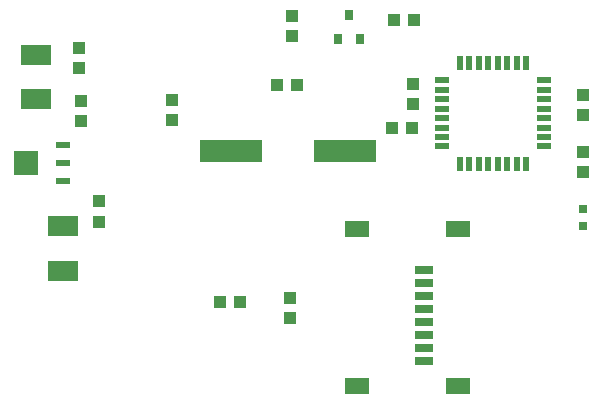
<source format=gtp>
G75*
%MOIN*%
%OFA0B0*%
%FSLAX25Y25*%
%IPPOS*%
%LPD*%
%AMOC8*
5,1,8,0,0,1.08239X$1,22.5*
%
%ADD10R,0.03937X0.04331*%
%ADD11R,0.03150X0.03543*%
%ADD12R,0.04331X0.03937*%
%ADD13R,0.05000X0.02200*%
%ADD14R,0.02200X0.05000*%
%ADD15R,0.04724X0.02283*%
%ADD16R,0.07874X0.07874*%
%ADD17R,0.09843X0.06693*%
%ADD18R,0.21000X0.07600*%
%ADD19R,0.07874X0.05709*%
%ADD20R,0.05906X0.03150*%
%ADD21R,0.03150X0.03150*%
D10*
X0064744Y0079697D03*
X0064744Y0086390D03*
X0058740Y0113110D03*
X0058740Y0119803D03*
X0057996Y0130858D03*
X0057996Y0137551D03*
X0089201Y0120209D03*
X0089201Y0113516D03*
X0129248Y0141461D03*
X0129248Y0148154D03*
X0169437Y0125496D03*
X0169437Y0118803D03*
X0226303Y0121913D03*
X0226303Y0115220D03*
X0226000Y0102846D03*
X0226000Y0096154D03*
X0128437Y0054346D03*
X0128437Y0047654D03*
D11*
X0144335Y0140398D03*
X0151815Y0140398D03*
X0148075Y0148665D03*
D12*
X0163087Y0147000D03*
X0169780Y0147000D03*
X0130827Y0125366D03*
X0124134Y0125366D03*
X0162630Y0110866D03*
X0169323Y0110866D03*
X0111972Y0052894D03*
X0105280Y0052894D03*
D13*
X0179285Y0104728D03*
X0179285Y0107878D03*
X0179285Y0111028D03*
X0179285Y0114177D03*
X0179285Y0117327D03*
X0179285Y0120476D03*
X0179285Y0123626D03*
X0179285Y0126776D03*
X0213085Y0126776D03*
X0213085Y0123626D03*
X0213085Y0120476D03*
X0213085Y0117327D03*
X0213085Y0114177D03*
X0213085Y0111028D03*
X0213085Y0107878D03*
X0213085Y0104728D03*
D14*
X0207209Y0098852D03*
X0204059Y0098852D03*
X0200909Y0098852D03*
X0197760Y0098852D03*
X0194610Y0098852D03*
X0191461Y0098852D03*
X0188311Y0098852D03*
X0185161Y0098852D03*
X0185161Y0132652D03*
X0188311Y0132652D03*
X0191461Y0132652D03*
X0194610Y0132652D03*
X0197760Y0132652D03*
X0200909Y0132652D03*
X0204059Y0132652D03*
X0207209Y0132652D03*
D15*
X0052760Y0105146D03*
X0052760Y0099240D03*
X0052760Y0093335D03*
D16*
X0040555Y0099240D03*
D17*
X0052748Y0063264D03*
X0052748Y0078224D03*
X0043886Y0120394D03*
X0043886Y0135354D03*
D18*
X0108673Y0103114D03*
X0146673Y0103114D03*
D19*
X0150862Y0077146D03*
X0184366Y0077146D03*
X0184366Y0024941D03*
X0150862Y0024941D03*
D20*
X0173303Y0033327D03*
X0173303Y0037657D03*
X0173303Y0041988D03*
X0173303Y0046319D03*
X0173303Y0050650D03*
X0173303Y0054980D03*
X0173303Y0059311D03*
X0173303Y0063642D03*
D21*
X0226000Y0078047D03*
X0226000Y0083953D03*
M02*

</source>
